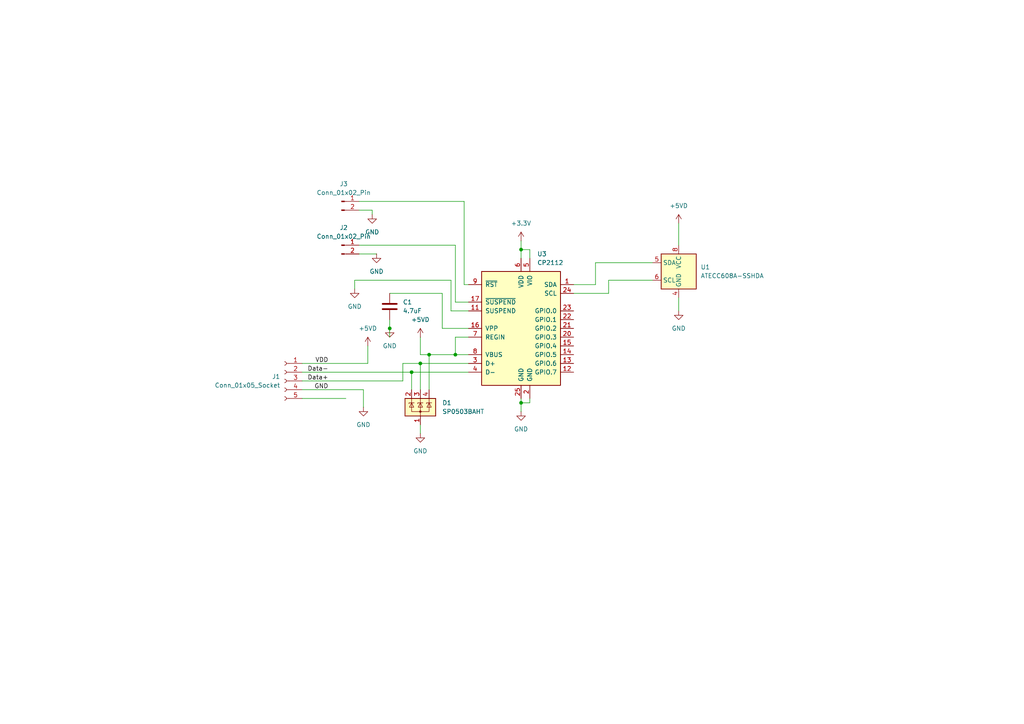
<source format=kicad_sch>
(kicad_sch (version 20250114) (generator "eeschema") (generator_version "9.0")
  (paper "A4")
  (title_block (title "Iphone Hardware Wallet") (date "2025-06-27") (rev "1") (company "SanTanEmbedded LLC"))
  (lib_symbols
    (symbol "Connector:Conn_01x02_Pin" (pin_names (offset 1.016) (hide yes))
      (property "Reference" "J" (at 0 2.54 0))
      (property "Value" "Conn_01x02_Pin" (at 0 -5.08 0))
      (symbol "Conn_01x02_Pin_1_1"
        (rectangle (start 0.8636 0.127) (end 0 -0.127) (stroke (width 0.1524)) (fill (type outline)))
        (rectangle (start 0.8636 -2.413) (end 0 -2.667) (stroke (width 0.1524)) (fill (type outline)))
        (polyline (pts (xy 1.27 0) (xy 0.8636 0)) (stroke (width 0.1524)))
        (polyline (pts (xy 1.27 -2.54) (xy 0.8636 -2.54)) (stroke (width 0.1524)))
        (pin passive line (at 5.08 0 180) (length 3.81) (name "Pin_1") (number "1"))
        (pin passive line (at 5.08 -2.54 180) (length 3.81) (name "Pin_2") (number "2"))
      )
    )
    (symbol "Connector:Conn_01x05_Socket" (pin_names (offset 1.016) (hide yes))
      (property "Reference" "J" (at 0 7.62 0))
      (property "Value" "Conn_01x05_Socket" (at 0 -7.62 0))
      (symbol "Conn_01x05_Socket_1_1"
        (polyline (pts (xy -1.27 5.08) (xy -0.508 5.08)) (stroke (width 0.1524)))
        (polyline (pts (xy -1.27 2.54) (xy -0.508 2.54)) (stroke (width 0.1524)))
        (polyline (pts (xy -1.27 0) (xy -0.508 0)) (stroke (width 0.1524)))
        (polyline (pts (xy -1.27 -2.54) (xy -0.508 -2.54)) (stroke (width 0.1524)))
        (polyline (pts (xy -1.27 -5.08) (xy -0.508 -5.08)) (stroke (width 0.1524)))
        (arc (start 0 4.572) (mid -0.5058 5.08) (end 0 5.588) (stroke (width 0.1524)))
        (arc (start 0 2.032) (mid -0.5058 2.54) (end 0 3.048) (stroke (width 0.1524)))
        (arc (start 0 -0.508) (mid -0.5058 0) (end 0 0.508) (stroke (width 0.1524)))
        (arc (start 0 -3.048) (mid -0.5058 -2.54) (end 0 -2.032) (stroke (width 0.1524)))
        (arc (start 0 -5.588) (mid -0.5058 -5.08) (end 0 -4.572) (stroke (width 0.1524)))
        (pin passive line (at -5.08 5.08 0) (length 3.81) (name "Pin_1") (number "1"))
        (pin passive line (at -5.08 2.54 0) (length 3.81) (name "Pin_2") (number "2"))
        (pin passive line (at -5.08 0 0) (length 3.81) (name "Pin_3") (number "3"))
        (pin passive line (at -5.08 -2.54 0) (length 3.81) (name "Pin_4") (number "4"))
        (pin passive line (at -5.08 -5.08 0) (length 3.81) (name "Pin_5") (number "5"))
      )
    )
    (symbol "Device:C" (pin_numbers (hide yes)) (pin_names (offset 0.254))
      (property "Reference" "C" (at 0.635 2.54 0))
      (property "Value" "C" (at 0.635 -2.54 0))
      (symbol "C_0_1"
        (polyline (pts (xy -2.032 0.762) (xy 2.032 0.762)) (stroke (width 0.508)))
        (polyline (pts (xy -2.032 -0.762) (xy 2.032 -0.762)) (stroke (width 0.508)))
      )
      (symbol "C_1_1"
        (pin passive line (at 0 3.81 270) (length 2.794) (name "~") (number "1"))
        (pin passive line (at 0 -3.81 90) (length 2.794) (name "~") (number "2"))
      )
    )
    (symbol "Interface_USB:CP2112" (pin_names (offset 1.016))
      (property "Reference" "U" (at -2.54 19.685 0))
      (property "Value" "CP2112" (at -2.54 17.78 0))
      (symbol "CP2112_0_1"
        (rectangle (start -11.43 16.51) (end 11.43 -16.51) (stroke (width 0.254)) (fill (type background)))
      )
      (symbol "CP2112_1_1"
        (pin input line (at -15.24 12.7 0) (length 3.81) (name "~{RST}") (number "9"))
        (pin output line (at -15.24 7.62 0) (length 3.81) (name "~{SUSPEND}") (number "17"))
        (pin output line (at -15.24 5.08 0) (length 3.81) (name "SUSPEND") (number "11"))
        (pin power_in line (at -15.24 0 0) (length 3.81) (name "VPP") (number "16"))
        (pin power_in line (at -15.24 -2.54 0) (length 3.81) (name "REGIN") (number "7"))
        (pin input line (at -15.24 -7.62 0) (length 3.81) (name "VBUS") (number "8"))
        (pin bidirectional line (at -15.24 -10.16 0) (length 3.81) (name "D+") (number "3"))
        (pin bidirectional line (at -15.24 -12.7 0) (length 3.81) (name "D-") (number "4"))
        (pin power_in line (at 0 20.32 270) (length 3.81) (name "VDD") (number "6"))
        (pin power_in line (at 0 -20.32 90) (length 3.81) (name "GND") (number "25"))
        (pin power_in line (at 2.54 20.32 270) (length 3.81) (name "VIO") (number "5"))
        (pin power_in line (at 2.54 -20.32 90) (length 3.81) (name "GND") (number "2"))
        (pin no_connect line (at 5.08 -16.51 90) (length 3.81) (hide yes) (name "NC") (number "18"))
        (pin no_connect line (at 7.62 -16.51 90) (length 3.81) (hide yes) (name "NC") (number "19"))
        (pin no_connect line (at 10.16 -16.51 90) (length 3.81) (hide yes) (name "NC") (number "10"))
        (pin bidirectional line (at 15.24 12.7 180) (length 3.81) (name "SDA") (number "1"))
        (pin output line (at 15.24 10.16 180) (length 3.81) (name "SCL") (number "24"))
        (pin bidirectional line (at 15.24 5.08 180) (length 3.81) (name "GPIO.0") (number "23"))
        (pin bidirectional line (at 15.24 2.54 180) (length 3.81) (name "GPIO.1") (number "22"))
        (pin bidirectional line (at 15.24 0 180) (length 3.81) (name "GPIO.2") (number "21"))
        (pin bidirectional line (at 15.24 -2.54 180) (length 3.81) (name "GPIO.3") (number "20"))
        (pin bidirectional line (at 15.24 -5.08 180) (length 3.81) (name "GPIO.4") (number "15"))
        (pin bidirectional line (at 15.24 -7.62 180) (length 3.81) (name "GPIO.5") (number "14"))
        (pin bidirectional line (at 15.24 -10.16 180) (length 3.81) (name "GPIO.6") (number "13"))
        (pin bidirectional line (at 15.24 -12.7 180) (length 3.81) (name "GPIO.7") (number "12"))
      )
    )
    (symbol "Power_Protection:SP0503BAHT" (pin_names (hide yes))
      (property "Reference" "D" (at 5.715 2.54 0))
      (property "Value" "SP0503BAHT" (at 5.715 0.635 0))
      (symbol "SP0503BAHT_0_0"
        (pin passive line (at 0 -5.08 90) (length 2.54) (name "A") (number "1"))
      )
      (symbol "SP0503BAHT_0_1"
        (rectangle (start -4.445 2.54) (end 4.445 -2.54) (stroke (width 0.254)) (fill (type background)))
        (polyline (pts (xy -3.302 1.016) (xy -3.302 1.27) (xy -1.905 1.27) (xy -1.778 1.27)))
        (polyline (pts (xy -2.54 2.54) (xy -2.54 1.27)))
        (polyline (pts (xy -2.54 1.27) (xy -2.54 -1.27) (xy 2.54 -1.27) (xy 2.54 1.27)))
        (polyline (pts (xy -2.54 1.27) (xy -1.905 0) (xy -3.175 0) (xy -2.54 1.27)))
        (polyline (pts (xy 0 2.54) (xy 0 1.27)))
        (polyline (pts (xy 0 -1.27) (xy 0 1.27)))
        (polyline (pts (xy 0 -1.27) (xy 0 -2.54)))
        (circle (center 0 -1.27) (radius 0.254) (fill (type outline)))
        (polyline (pts (xy 0.635 1.27) (xy 0.762 1.27)))
        (polyline (pts (xy 0.635 1.27) (xy -0.762 1.27) (xy -0.762 1.016)))
        (polyline (pts (xy 0.635 0) (xy -0.635 0) (xy 0 1.27) (xy 0.635 0)))
        (polyline (pts (xy 1.778 1.016) (xy 1.778 1.27) (xy 3.175 1.27) (xy 3.302 1.27)))
        (polyline (pts (xy 2.54 2.54) (xy 2.54 1.27)))
        (polyline (pts (xy 2.54 1.27) (xy 1.905 0) (xy 3.175 0) (xy 2.54 1.27)))
      )
      (symbol "SP0503BAHT_1_1"
        (pin passive line (at -2.54 5.08 270) (length 2.54) (name "K") (number "2"))
        (pin passive line (at 0 5.08 270) (length 2.54) (name "K") (number "3"))
        (pin passive line (at 2.54 5.08 270) (length 2.54) (name "K") (number "4"))
      )
    )
    (symbol "Security:ATECC608A-SSHDA"
      (property "Reference" "U" (at 3.81 6.35 0))
      (property "Value" "ATECC608A-SSHDA" (at 10.16 -6.35 0))
      (symbol "ATECC608A-SSHDA_0_1"
        (rectangle (start -5.08 5.08) (end 5.08 -5.08) (stroke (width 0.254)) (fill (type background)))
      )
      (symbol "ATECC608A-SSHDA_1_1"
        (pin no_connect line (at -5.08 2.54 0) (length 2.54) (hide yes) (name "NC") (number "1"))
        (pin no_connect line (at -5.08 0 0) (length 2.54) (hide yes) (name "NC") (number "2"))
        (pin no_connect line (at -5.08 -2.54 0) (length 2.54) (hide yes) (name "NC") (number "3"))
        (pin power_in line (at 0 7.62 270) (length 2.54) (name "VCC") (number "8"))
        (pin power_in line (at 0 -7.62 90) (length 2.54) (name "GND") (number "4"))
        (pin no_connect line (at 5.08 0 180) (length 2.54) (hide yes) (name "NC") (number "7"))
        (pin bidirectional line (at 7.62 2.54 180) (length 2.54) (name "SDA") (number "5"))
        (pin input line (at 7.62 -2.54 180) (length 2.54) (name "SCL") (number "6"))
      )
    )
    (symbol "power:+3.3V" (power) (pin_numbers (hide yes)) (pin_names (offset 0) (hide yes))
      (property "Value" "+3.3V" (at 0 3.556 0))
      (symbol "+3.3V_0_1"
        (polyline (pts (xy -0.762 1.27) (xy 0 2.54)))
        (polyline (pts (xy 0 2.54) (xy 0.762 1.27)))
        (polyline (pts (xy 0 0) (xy 0 2.54)))
      )
      (symbol "+3.3V_1_1"
        (pin power_in line (at 0 0 90) (length 0) (name "~") (number "1"))
      )
    )
    (symbol "power:+5VD" (power) (pin_numbers (hide yes)) (pin_names (offset 0) (hide yes))
      (property "Value" "+5VD" (at 0 3.556 0))
      (symbol "+5VD_0_1"
        (polyline (pts (xy -0.762 1.27) (xy 0 2.54)))
        (polyline (pts (xy 0 2.54) (xy 0.762 1.27)))
        (polyline (pts (xy 0 0) (xy 0 2.54)))
      )
      (symbol "+5VD_1_1"
        (pin power_in line (at 0 0 90) (length 0) (name "~") (number "1"))
      )
    )
    (symbol "power:GND" (power) (pin_numbers (hide yes)) (pin_names (offset 0) (hide yes))
      (property "Value" "GND" (at 0 -3.81 0))
      (symbol "GND_0_1"
        (polyline (pts (xy 0 0) (xy 0 -1.27) (xy 1.27 -1.27) (xy 0 -2.54) (xy -1.27 -1.27) (xy 0 -1.27)))
      )
      (symbol "GND_1_1"
        (pin power_in line (at 0 0 270) (length 0) (name "~") (number "1"))
      )
    )
  )
  (junction (at 151.13 72.39))
  (junction (at 119.38 107.95))
  (junction (at 121.92 105.41))
  (junction (at 113.03 95.25))
  (junction (at 151.13 116.84))
  (junction (at 132.08 102.87))
  (junction (at 124.46 102.87))
  (wire (pts (xy 100.33 115.57) (xy 87.63 115.57)))
  (wire (pts (xy 135.89 97.79) (xy 132.08 97.79)))
  (wire (pts (xy 121.92 123.19) (xy 121.92 125.73)))
  (wire (pts (xy 132.08 97.79) (xy 132.08 102.87)))
  (wire (pts (xy 176.53 85.09) (xy 176.53 81.28)))
  (wire (pts (xy 135.89 87.63) (xy 132.08 87.63)))
  (wire (pts (xy 121.92 102.87) (xy 124.46 102.87)))
  (wire (pts (xy 107.95 60.96) (xy 107.95 62.23)))
  (wire (pts (xy 172.72 76.2) (xy 172.72 82.55)))
  (wire (pts (xy 121.92 105.41) (xy 116.84 105.41)))
  (wire (pts (xy 104.14 73.66) (xy 109.22 73.66)))
  (wire (pts (xy 113.03 92.71) (xy 113.03 95.25)))
  (wire (pts (xy 151.13 116.84) (xy 151.13 119.38)))
  (wire (pts (xy 124.46 102.87) (xy 124.46 113.03)))
  (wire (pts (xy 196.85 86.36) (xy 196.85 90.17)))
  (wire (pts (xy 151.13 69.85) (xy 151.13 72.39)))
  (wire (pts (xy 121.92 105.41) (xy 121.92 113.03)))
  (wire (pts (xy 130.81 90.17) (xy 130.81 81.28)))
  (wire (pts (xy 105.41 113.03) (xy 105.41 118.11)))
  (wire (pts (xy 128.27 95.25) (xy 128.27 85.09)))
  (wire (pts (xy 151.13 116.84) (xy 153.67 116.84)))
  (wire (pts (xy 135.89 82.55) (xy 134.62 82.55)))
  (wire (pts (xy 130.81 81.28) (xy 102.87 81.28)))
  (wire (pts (xy 132.08 87.63) (xy 132.08 71.12)))
  (wire (pts (xy 106.68 105.41) (xy 106.68 100.33)))
  (wire (pts (xy 119.38 107.95) (xy 119.38 113.03)))
  (wire (pts (xy 134.62 58.42) (xy 104.14 58.42)))
  (wire (pts (xy 166.37 85.09) (xy 176.53 85.09)))
  (wire (pts (xy 189.23 76.2) (xy 172.72 76.2)))
  (wire (pts (xy 151.13 115.57) (xy 151.13 116.84)))
  (wire (pts (xy 105.41 113.03) (xy 87.63 113.03)))
  (wire (pts (xy 196.85 64.77) (xy 196.85 71.12)))
  (wire (pts (xy 87.63 107.95) (xy 119.38 107.95)))
  (wire (pts (xy 135.89 95.25) (xy 128.27 95.25)))
  (wire (pts (xy 134.62 82.55) (xy 134.62 58.42)))
  (wire (pts (xy 116.84 105.41) (xy 116.84 110.49)))
  (wire (pts (xy 132.08 102.87) (xy 135.89 102.87)))
  (wire (pts (xy 104.14 60.96) (xy 107.95 60.96)))
  (wire (pts (xy 106.68 105.41) (xy 87.63 105.41)))
  (wire (pts (xy 87.63 110.49) (xy 116.84 110.49)))
  (wire (pts (xy 153.67 72.39) (xy 153.67 74.93)))
  (wire (pts (xy 172.72 82.55) (xy 166.37 82.55)))
  (wire (pts (xy 102.87 81.28) (xy 102.87 83.82)))
  (wire (pts (xy 119.38 107.95) (xy 135.89 107.95)))
  (wire (pts (xy 113.03 97.79) (xy 113.03 95.25)))
  (wire (pts (xy 151.13 72.39) (xy 151.13 74.93)))
  (wire (pts (xy 132.08 71.12) (xy 104.14 71.12)))
  (wire (pts (xy 153.67 115.57) (xy 153.67 116.84)))
  (wire (pts (xy 135.89 105.41) (xy 121.92 105.41)))
  (wire (pts (xy 151.13 72.39) (xy 153.67 72.39)))
  (wire (pts (xy 176.53 81.28) (xy 189.23 81.28)))
  (wire (pts (xy 121.92 102.87) (xy 121.92 97.79)))
  (wire (pts (xy 124.46 102.87) (xy 132.08 102.87)))
  (wire (pts (xy 128.27 85.09) (xy 113.03 85.09)))
  (wire (pts (xy 135.89 90.17) (xy 130.81 90.17)))
  (label "Data-" (at 95.25 107.95 180))
  (label "GND" (at 95.25 113.03 180))
  (label "VDD" (at 95.25 105.41 180))
  (label "Data+" (at 95.25 110.49 180))
  (symbol (lib_id "power:GND") (at 151.13 119.38 0) (unit 1)
    (property "Reference" "#PWR01" (effects (hide yes)))
    (property "Value" "GND" (at 151.13 124.46 0))
    (property "Description" "Power symbol creates a global label with name \"GND\" , ground" (effects (hide yes)))
  )
  (symbol (lib_id "Security:ATECC608A-SSHDA") (at 196.85 78.74 0) (mirror y) (unit 1)
    (property "Reference" "U1" (at 203.2 77.4699 0) (effects (justify right)))
    (property "Value" "ATECC608A-SSHDA" (at 203.2 80.0099 0) (effects (justify right)))
    (property "Footprint" "Package_SO:SOIC-8_3.9x4.9mm_P1.27mm" (effects (hide yes)))
    (property "Datasheet" "http://ww1.microchip.com/downloads/en/DeviceDoc/ATECC608A-CryptoAuthentication-Device-Summary-Data-Sheet-DS40001977B.pdf" (effects (hide yes)))
    (property "Description" "Cryptographic Co-Processor with Secure Hardware-based 16 Key Storage, ECDSA and ECDH support, I2C, SOIC-8" (effects (hide yes)))
  )
  (symbol (lib_id "Power_Protection:SP0503BAHT") (at 121.92 118.11 0) (unit 1)
    (property "Reference" "D1" (at 128.27 116.8399 0) (effects (justify left)))
    (property "Value" "SP0503BAHT" (at 128.27 119.3799 0) (effects (justify left)))
    (property "Footprint" "Package_TO_SOT_SMD:SOT-143" (effects (hide yes)))
    (property "Datasheet" "http://www.littelfuse.com/~/media/files/littelfuse/technical%20resources/documents/data%20sheets/sp05xxba.pdf" (effects (hide yes)))
    (property "Description" "TVS Diode Array, 5.5V Standoff, 3 Channels, SOT-143 package" (effects (hide yes)))
  )
  (symbol (lib_id "power:+5VD") (at 121.92 97.79 0) (unit 1)
    (property "Reference" "#PWR07" (effects (hide yes)))
    (property "Value" "+5VD" (at 121.92 92.71 0))
    (property "Description" "Power symbol creates a global label with name \"+5VD\"" (effects (hide yes)))
  )
  (symbol (lib_id "Connector:Conn_01x02_Pin") (at 99.06 71.12 0) (unit 1)
    (property "Reference" "J2" (at 99.695 66.04 0))
    (property "Value" "Conn_01x02_Pin" (at 99.695 68.58 0))
    (property "Description" "Generic connector, single row, 01x02, script generated" (effects (hide yes)))
  )
  (symbol (lib_id "power:GND") (at 105.41 118.11 0) (mirror y) (unit 1)
    (property "Reference" "#PWR02" (effects (hide yes)))
    (property "Value" "GND" (at 105.41 123.19 0))
    (property "Description" "Power symbol creates a global label with name \"GND\" , ground" (effects (hide yes)))
  )
  (symbol (lib_id "Device:C") (at 113.03 88.9 0) (unit 1)
    (property "Reference" "C1" (at 116.84 87.6299 0) (effects (justify left)))
    (property "Value" "4.7uF" (at 116.84 90.1699 0) (effects (justify left)))
    (property "Description" "Unpolarized capacitor" (effects (hide yes)))
  )
  (symbol (lib_id "power:GND") (at 121.92 125.73 0) (mirror y) (unit 1)
    (property "Reference" "#PWR08" (effects (hide yes)))
    (property "Value" "GND" (at 121.92 130.81 0))
    (property "Description" "Power symbol creates a global label with name \"GND\" , ground" (effects (hide yes)))
  )
  (symbol (lib_id "power:GND") (at 109.22 73.66 0) (mirror y) (unit 1)
    (property "Reference" "#PWR010" (effects (hide yes)))
    (property "Value" "GND" (at 109.22 78.74 0))
    (property "Description" "Power symbol creates a global label with name \"GND\" , ground" (effects (hide yes)))
  )
  (symbol (lib_id "Connector:Conn_01x05_Socket") (at 82.55 110.49 0) (mirror y) (unit 1)
    (property "Reference" "J1" (at 81.28 109.2199 0) (effects (justify left)))
    (property "Value" "Conn_01x05_Socket" (at 81.28 111.7599 0) (effects (justify left)))
    (property "Datasheet" "https://www.amazon.com/ANMBEST-Connector-Receptacle-Adapter-Support/dp/B09WCQKSW1/ref=asc_df_B091CRLJM2?mcid=2a66689b8bb9310099cd72ae2d11cafd&hvocijid=12326317297784946165-B091CRLJM2-&hvexpln=73&tag=hyprod-20&linkCode=df0&hvadid=721245378154&hvpos=&hvnetw=g&hvrand=12326317297784946165&hvpone=&hvptwo=&hvqmt=&hvdev=c&hvdvcmdl=&hvlocint=&hvlocphy=9030091&hvtargid=pla-2281435178298&th=1" (effects (hide yes)))
    (property "Description" "Generic connector, single row, 01x05, script generated" (effects (hide yes)))
  )
  (symbol (lib_id "power:+3.3V") (at 151.13 69.85 0) (unit 1)
    (property "Reference" "#PWR06" (effects (hide yes)))
    (property "Value" "+3.3V" (at 151.13 64.77 0))
    (property "Description" "Power symbol creates a global label with name \"+3.3V\"" (effects (hide yes)))
  )
  (symbol (lib_id "power:GND") (at 102.87 83.82 0) (mirror y) (unit 1)
    (property "Reference" "#PWR011" (effects (hide yes)))
    (property "Value" "GND" (at 102.87 88.9 0))
    (property "Description" "Power symbol creates a global label with name \"GND\" , ground" (effects (hide yes)))
  )
  (symbol (lib_id "power:+5VD") (at 196.85 64.77 0) (mirror y) (unit 1)
    (property "Reference" "#PWR05" (effects (hide yes)))
    (property "Value" "+5VD" (at 196.85 59.69 0))
    (property "Description" "Power symbol creates a global label with name \"+5VD\"" (effects (hide yes)))
  )
  (symbol (lib_id "power:GND") (at 107.95 62.23 0) (mirror y) (unit 1)
    (property "Reference" "#PWR012" (effects (hide yes)))
    (property "Value" "GND" (at 107.95 67.31 0))
    (property "Description" "Power symbol creates a global label with name \"GND\" , ground" (effects (hide yes)))
  )
  (symbol (lib_id "power:GND") (at 196.85 90.17 0) (mirror y) (unit 1)
    (property "Reference" "#PWR03" (effects (hide yes)))
    (property "Value" "GND" (at 196.85 95.25 0))
    (property "Description" "Power symbol creates a global label with name \"GND\" , ground" (effects (hide yes)))
  )
  (symbol (lib_id "power:+5VD") (at 106.68 100.33 0) (mirror y) (unit 1)
    (property "Reference" "#PWR04" (effects (hide yes)))
    (property "Value" "+5VD" (at 106.68 95.25 0))
    (property "Description" "Power symbol creates a global label with name \"+5VD\"" (effects (hide yes)))
  )
  (symbol (lib_id "Connector:Conn_01x02_Pin") (at 99.06 58.42 0) (unit 1)
    (property "Reference" "J3" (at 99.695 53.34 0))
    (property "Value" "Conn_01x02_Pin" (at 99.695 55.88 0))
    (property "Description" "Generic connector, single row, 01x02, script generated" (effects (hide yes)))
  )
  (symbol (lib_id "Interface_USB:CP2112") (at 151.13 95.25 0) (unit 1)
    (property "Reference" "U3" (at 155.8133 73.66 0) (effects (justify left)))
    (property "Value" "CP2112" (at 155.8133 76.2 0) (effects (justify left)))
    (property "Footprint" "Package_DFN_QFN:QFN-24-1EP_4x4mm_P0.5mm_EP2.6x2.6mm" (effects (hide yes)))
    (property "Datasheet" "https://www.silabs.com/documents/public/data-sheets/cp2112-datasheet.pdf" (effects (hide yes)))
    (property "Description" "HID USB to SMBUS master bridge" (effects (hide yes)))
  )
  (symbol (lib_id "power:GND") (at 113.03 95.25 0) (mirror y) (unit 1)
    (property "Reference" "#PWR09" (effects (hide yes)))
    (property "Value" "GND" (at 113.03 100.33 0))
    (property "Description" "Power symbol creates a global label with name \"GND\" , ground" (effects (hide yes)))
  )
)
</source>
